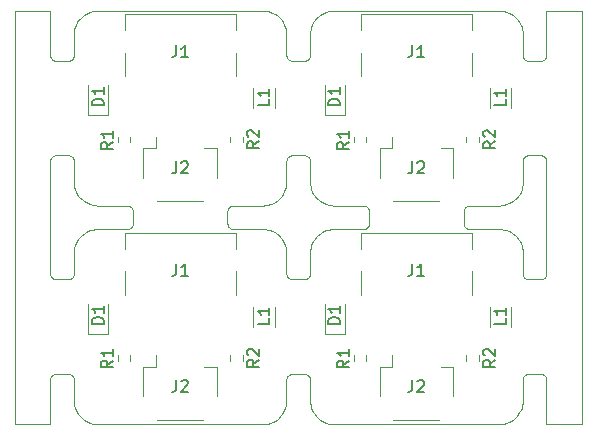
<source format=gbr>
G04 #@! TF.GenerationSoftware,KiCad,Pcbnew,5.1.5+dfsg1-2build2*
G04 #@! TF.CreationDate,2021-03-05T15:17:46+01:00*
G04 #@! TF.ProjectId,sDB_panel,7344425f-7061-46e6-956c-2e6b69636164,rev?*
G04 #@! TF.SameCoordinates,Original*
G04 #@! TF.FileFunction,Legend,Top*
G04 #@! TF.FilePolarity,Positive*
%FSLAX46Y46*%
G04 Gerber Fmt 4.6, Leading zero omitted, Abs format (unit mm)*
G04 Created by KiCad (PCBNEW 5.1.5+dfsg1-2build2) date 2021-03-05 15:17:46*
%MOMM*%
%LPD*%
G04 APERTURE LIST*
G04 #@! TA.AperFunction,Profile*
%ADD10C,0.100000*%
G04 #@! TD*
%ADD11C,0.120000*%
%ADD12C,0.150000*%
G04 APERTURE END LIST*
D10*
X47999000Y-72258800D02*
X47999000Y-62741200D01*
X48001400Y-72307000D02*
X47999000Y-72258800D01*
X48008400Y-72354600D02*
X48001400Y-72307000D01*
X48020100Y-72401200D02*
X48008400Y-72354600D01*
X48036300Y-72446500D02*
X48020100Y-72401200D01*
X48056900Y-72490000D02*
X48036300Y-72446500D01*
X48081600Y-72531200D02*
X48056900Y-72490000D01*
X48110200Y-72569900D02*
X48081600Y-72531200D01*
X48142500Y-72605500D02*
X48110200Y-72569900D01*
X48178200Y-72637800D02*
X48142500Y-72605500D01*
X48216800Y-72666400D02*
X48178200Y-72637800D01*
X48258000Y-72691100D02*
X48216800Y-72666400D01*
X48301500Y-72711700D02*
X48258000Y-72691100D01*
X48346800Y-72727900D02*
X48301500Y-72711700D01*
X48393400Y-72739600D02*
X48346800Y-72727900D01*
X48441000Y-72746600D02*
X48393400Y-72739600D01*
X48489200Y-72749000D02*
X48441000Y-72746600D01*
X49508800Y-72749000D02*
X48489200Y-72749000D01*
X49557000Y-72746600D02*
X49508800Y-72749000D01*
X49604600Y-72739600D02*
X49557000Y-72746600D01*
X49651200Y-72727900D02*
X49604600Y-72739600D01*
X49696500Y-72711700D02*
X49651200Y-72727900D01*
X49740000Y-72691100D02*
X49696500Y-72711700D01*
X49781200Y-72666400D02*
X49740000Y-72691100D01*
X49819800Y-72637800D02*
X49781200Y-72666400D01*
X49855500Y-72605500D02*
X49819800Y-72637800D01*
X49887800Y-72569900D02*
X49855500Y-72605500D01*
X49916400Y-72531200D02*
X49887800Y-72569900D01*
X49941100Y-72490000D02*
X49916400Y-72531200D01*
X49961700Y-72446500D02*
X49941100Y-72490000D01*
X49977900Y-72401200D02*
X49961700Y-72446500D01*
X49989600Y-72354600D02*
X49977900Y-72401200D01*
X49996600Y-72307000D02*
X49989600Y-72354600D01*
X49999000Y-72258800D02*
X49996600Y-72307000D01*
X49999000Y-70499800D02*
X49999000Y-72258800D01*
X50010100Y-70291100D02*
X49999000Y-70499800D01*
X50041700Y-70090500D02*
X50010100Y-70291100D01*
X50097000Y-69881900D02*
X50041700Y-70090500D01*
X50175000Y-69680300D02*
X50097000Y-69881900D01*
X50267100Y-69499800D02*
X50175000Y-69680300D01*
X50377500Y-69329400D02*
X50267100Y-69499800D01*
X50513300Y-69161000D02*
X50377500Y-69329400D01*
X50661000Y-69013300D02*
X50513300Y-69161000D01*
X50818700Y-68885300D02*
X50661000Y-69013300D01*
X50999800Y-68767100D02*
X50818700Y-68885300D01*
X51186000Y-68672300D02*
X50999800Y-68767100D01*
X51375500Y-68599300D02*
X51186000Y-68672300D01*
X51590500Y-68541700D02*
X51375500Y-68599300D01*
X51791100Y-68510100D02*
X51590500Y-68541700D01*
X52000100Y-68499000D02*
X51791100Y-68510100D01*
X54508800Y-68499000D02*
X52000100Y-68499000D01*
X54557000Y-68496600D02*
X54508800Y-68499000D01*
X54604600Y-68489600D02*
X54557000Y-68496600D01*
X54651200Y-68477900D02*
X54604600Y-68489600D01*
X54696500Y-68461700D02*
X54651200Y-68477900D01*
X54740000Y-68441100D02*
X54696500Y-68461700D01*
X54781200Y-68416400D02*
X54740000Y-68441100D01*
X54819800Y-68387800D02*
X54781200Y-68416400D01*
X54855500Y-68355500D02*
X54819800Y-68387800D01*
X54887800Y-68319800D02*
X54855500Y-68355500D01*
X54916400Y-68281200D02*
X54887800Y-68319800D01*
X54941100Y-68240000D02*
X54916400Y-68281200D01*
X54961700Y-68196500D02*
X54941100Y-68240000D01*
X54977900Y-68151200D02*
X54961700Y-68196500D01*
X54989600Y-68104600D02*
X54977900Y-68151200D01*
X54996600Y-68057000D02*
X54989600Y-68104600D01*
X54999000Y-68008800D02*
X54996600Y-68057000D01*
X54999000Y-66991200D02*
X54999000Y-68008800D01*
X54996600Y-66943000D02*
X54999000Y-66991200D01*
X54989600Y-66895400D02*
X54996600Y-66943000D01*
X54977900Y-66848800D02*
X54989600Y-66895400D01*
X54961700Y-66803500D02*
X54977900Y-66848800D01*
X54941100Y-66760000D02*
X54961700Y-66803500D01*
X54916400Y-66718800D02*
X54941100Y-66760000D01*
X54887800Y-66680200D02*
X54916400Y-66718800D01*
X54855500Y-66644500D02*
X54887800Y-66680200D01*
X54819800Y-66612200D02*
X54855500Y-66644500D01*
X54781200Y-66583600D02*
X54819800Y-66612200D01*
X54740000Y-66558900D02*
X54781200Y-66583600D01*
X54696500Y-66538300D02*
X54740000Y-66558900D01*
X54651200Y-66522100D02*
X54696500Y-66538300D01*
X54604600Y-66510400D02*
X54651200Y-66522100D01*
X54557000Y-66503400D02*
X54604600Y-66510400D01*
X54508800Y-66501000D02*
X54557000Y-66503400D01*
X52003200Y-66501000D02*
X54508800Y-66501000D01*
X51797200Y-66490400D02*
X52003200Y-66501000D01*
X51584200Y-66457200D02*
X51797200Y-66490400D01*
X51381900Y-66403000D02*
X51584200Y-66457200D01*
X51186400Y-66327900D02*
X51381900Y-66403000D01*
X50999300Y-66232600D02*
X51186400Y-66327900D01*
X50824100Y-66118800D02*
X50999300Y-66232600D01*
X50661400Y-65987100D02*
X50824100Y-66118800D01*
X50513300Y-65839000D02*
X50661400Y-65987100D01*
X50385300Y-65681300D02*
X50513300Y-65839000D01*
X50264100Y-65494600D02*
X50385300Y-65681300D01*
X50172000Y-65313500D02*
X50264100Y-65494600D01*
X50095300Y-65112200D02*
X50172000Y-65313500D01*
X50042900Y-64916200D02*
X50095300Y-65112200D01*
X50011000Y-64715700D02*
X50042900Y-64916200D01*
X49999200Y-64503200D02*
X50011000Y-64715700D01*
X49999000Y-62741200D02*
X49999200Y-64503200D01*
X49996600Y-62693000D02*
X49999000Y-62741200D01*
X49989600Y-62645400D02*
X49996600Y-62693000D01*
X49977900Y-62598800D02*
X49989600Y-62645400D01*
X49961700Y-62553500D02*
X49977900Y-62598800D01*
X49941100Y-62510000D02*
X49961700Y-62553500D01*
X49916400Y-62468800D02*
X49941100Y-62510000D01*
X49887800Y-62430200D02*
X49916400Y-62468800D01*
X49855500Y-62394500D02*
X49887800Y-62430200D01*
X49819800Y-62362200D02*
X49855500Y-62394500D01*
X49781200Y-62333600D02*
X49819800Y-62362200D01*
X49740000Y-62308900D02*
X49781200Y-62333600D01*
X49696500Y-62288300D02*
X49740000Y-62308900D01*
X49651200Y-62272100D02*
X49696500Y-62288300D01*
X49604600Y-62260400D02*
X49651200Y-62272100D01*
X49557000Y-62253400D02*
X49604600Y-62260400D01*
X49508800Y-62251000D02*
X49557000Y-62253400D01*
X48489200Y-62251000D02*
X49508800Y-62251000D01*
X48441000Y-62253400D02*
X48489200Y-62251000D01*
X48393400Y-62260400D02*
X48441000Y-62253400D01*
X48346800Y-62272100D02*
X48393400Y-62260400D01*
X48301500Y-62288300D02*
X48346800Y-62272100D01*
X48258000Y-62308900D02*
X48301500Y-62288300D01*
X48216800Y-62333600D02*
X48258000Y-62308900D01*
X48178200Y-62362200D02*
X48216800Y-62333600D01*
X48142500Y-62394500D02*
X48178200Y-62362200D01*
X48110200Y-62430200D02*
X48142500Y-62394500D01*
X48081600Y-62468800D02*
X48110200Y-62430200D01*
X48056900Y-62510000D02*
X48081600Y-62468800D01*
X48036300Y-62553500D02*
X48056900Y-62510000D01*
X48020100Y-62598800D02*
X48036300Y-62553500D01*
X48008400Y-62645400D02*
X48020100Y-62598800D01*
X48001400Y-62693000D02*
X48008400Y-62645400D01*
X47999000Y-62741200D02*
X48001400Y-62693000D01*
X65996700Y-68499000D02*
X63491200Y-68499000D01*
X66208900Y-68510100D02*
X65996700Y-68499000D01*
X66416300Y-68543000D02*
X66208900Y-68510100D01*
X66624500Y-68599300D02*
X66416300Y-68543000D01*
X66813600Y-68672100D02*
X66624500Y-68599300D01*
X66994600Y-68764100D02*
X66813600Y-68672100D01*
X67175900Y-68881200D02*
X66994600Y-68764100D01*
X67338600Y-69013000D02*
X67175900Y-68881200D01*
X67482400Y-69156400D02*
X67338600Y-69013000D01*
X67622400Y-69329400D02*
X67482400Y-69156400D01*
X67732900Y-69499800D02*
X67622400Y-69329400D01*
X67827700Y-69686000D02*
X67732900Y-69499800D01*
X67902800Y-69881500D02*
X67827700Y-69686000D01*
X67955600Y-70077800D02*
X67902800Y-69881500D01*
X67989800Y-70290600D02*
X67955600Y-70077800D01*
X68001000Y-70500100D02*
X67989800Y-70290600D01*
X68001000Y-72258800D02*
X68001000Y-70500100D01*
X68003400Y-72307000D02*
X68001000Y-72258800D01*
X68010400Y-72354600D02*
X68003400Y-72307000D01*
X68022100Y-72401200D02*
X68010400Y-72354600D01*
X68038300Y-72446500D02*
X68022100Y-72401200D01*
X68058900Y-72490000D02*
X68038300Y-72446500D01*
X68083600Y-72531200D02*
X68058900Y-72490000D01*
X68112200Y-72569900D02*
X68083600Y-72531200D01*
X68144500Y-72605500D02*
X68112200Y-72569900D01*
X68180200Y-72637800D02*
X68144500Y-72605500D01*
X68218800Y-72666400D02*
X68180200Y-72637800D01*
X68260000Y-72691100D02*
X68218800Y-72666400D01*
X68303500Y-72711700D02*
X68260000Y-72691100D01*
X68348800Y-72727900D02*
X68303500Y-72711700D01*
X68395400Y-72739600D02*
X68348800Y-72727900D01*
X68443000Y-72746600D02*
X68395400Y-72739600D01*
X68491200Y-72749000D02*
X68443000Y-72746600D01*
X69508800Y-72749000D02*
X68491200Y-72749000D01*
X69557000Y-72746600D02*
X69508800Y-72749000D01*
X69604600Y-72739600D02*
X69557000Y-72746600D01*
X69651200Y-72727900D02*
X69604600Y-72739600D01*
X69696500Y-72711700D02*
X69651200Y-72727900D01*
X69740000Y-72691100D02*
X69696500Y-72711700D01*
X69781200Y-72666400D02*
X69740000Y-72691100D01*
X69819900Y-72637800D02*
X69781200Y-72666400D01*
X69855500Y-72605500D02*
X69819900Y-72637800D01*
X69887800Y-72569900D02*
X69855500Y-72605500D01*
X69916400Y-72531200D02*
X69887800Y-72569900D01*
X69941100Y-72490000D02*
X69916400Y-72531200D01*
X69961700Y-72446500D02*
X69941100Y-72490000D01*
X69977900Y-72401200D02*
X69961700Y-72446500D01*
X69989600Y-72354600D02*
X69977900Y-72401200D01*
X69996600Y-72307000D02*
X69989600Y-72354600D01*
X69999000Y-72258800D02*
X69996600Y-72307000D01*
X69999100Y-70499800D02*
X69999000Y-72258800D01*
X70010100Y-70291100D02*
X69999100Y-70499800D01*
X70041700Y-70090500D02*
X70010100Y-70291100D01*
X70097000Y-69881900D02*
X70041700Y-70090500D01*
X70175000Y-69680300D02*
X70097000Y-69881900D01*
X70267100Y-69499800D02*
X70175000Y-69680300D01*
X70377600Y-69329400D02*
X70267100Y-69499800D01*
X70513300Y-69161000D02*
X70377600Y-69329400D01*
X70661000Y-69013300D02*
X70513300Y-69161000D01*
X70818700Y-68885300D02*
X70661000Y-69013300D01*
X70999800Y-68767100D02*
X70818700Y-68885300D01*
X71186000Y-68672300D02*
X70999800Y-68767100D01*
X71375500Y-68599300D02*
X71186000Y-68672300D01*
X71590500Y-68541700D02*
X71375500Y-68599300D01*
X71791200Y-68510100D02*
X71590500Y-68541700D01*
X72000100Y-68499000D02*
X71791200Y-68510100D01*
X74508800Y-68499000D02*
X72000100Y-68499000D01*
X74557000Y-68496600D02*
X74508800Y-68499000D01*
X74604600Y-68489600D02*
X74557000Y-68496600D01*
X74651200Y-68477900D02*
X74604600Y-68489600D01*
X74696500Y-68461700D02*
X74651200Y-68477900D01*
X74740000Y-68441100D02*
X74696500Y-68461700D01*
X74781200Y-68416400D02*
X74740000Y-68441100D01*
X74819900Y-68387800D02*
X74781200Y-68416400D01*
X74855500Y-68355500D02*
X74819900Y-68387800D01*
X74887800Y-68319800D02*
X74855500Y-68355500D01*
X74916400Y-68281200D02*
X74887800Y-68319800D01*
X74941100Y-68240000D02*
X74916400Y-68281200D01*
X74961700Y-68196500D02*
X74941100Y-68240000D01*
X74977900Y-68151200D02*
X74961700Y-68196500D01*
X74989600Y-68104600D02*
X74977900Y-68151200D01*
X74996600Y-68057000D02*
X74989600Y-68104600D01*
X74999000Y-68008800D02*
X74996600Y-68057000D01*
X74999000Y-66991200D02*
X74999000Y-68008800D01*
X74996600Y-66943000D02*
X74999000Y-66991200D01*
X74989600Y-66895400D02*
X74996600Y-66943000D01*
X74977900Y-66848800D02*
X74989600Y-66895400D01*
X74961700Y-66803500D02*
X74977900Y-66848800D01*
X74941100Y-66760000D02*
X74961700Y-66803500D01*
X74916400Y-66718800D02*
X74941100Y-66760000D01*
X74887800Y-66680200D02*
X74916400Y-66718800D01*
X74855500Y-66644500D02*
X74887800Y-66680200D01*
X74819900Y-66612200D02*
X74855500Y-66644500D01*
X74781200Y-66583600D02*
X74819900Y-66612200D01*
X74740000Y-66558900D02*
X74781200Y-66583600D01*
X74696500Y-66538300D02*
X74740000Y-66558900D01*
X74651200Y-66522100D02*
X74696500Y-66538300D01*
X74604600Y-66510400D02*
X74651200Y-66522100D01*
X74557000Y-66503400D02*
X74604600Y-66510400D01*
X74508800Y-66501000D02*
X74557000Y-66503400D01*
X72003200Y-66501000D02*
X74508800Y-66501000D01*
X71791100Y-66489900D02*
X72003200Y-66501000D01*
X71583700Y-66457000D02*
X71791100Y-66489900D01*
X71375500Y-66400700D02*
X71583700Y-66457000D01*
X71186400Y-66327900D02*
X71375500Y-66400700D01*
X71005400Y-66235900D02*
X71186400Y-66327900D01*
X70824100Y-66118800D02*
X71005400Y-66235900D01*
X70661400Y-65987100D02*
X70824100Y-66118800D01*
X70517700Y-65843600D02*
X70661400Y-65987100D01*
X70377600Y-65670600D02*
X70517700Y-65843600D01*
X70267100Y-65500200D02*
X70377600Y-65670600D01*
X70172300Y-65314000D02*
X70267100Y-65500200D01*
X70097200Y-65118500D02*
X70172300Y-65314000D01*
X70044400Y-64922200D02*
X70097200Y-65118500D01*
X70010200Y-64709400D02*
X70044400Y-64922200D01*
X69999000Y-64499900D02*
X70010200Y-64709400D01*
X69999000Y-62741200D02*
X69999000Y-64499900D01*
X69996600Y-62693000D02*
X69999000Y-62741200D01*
X69989600Y-62645400D02*
X69996600Y-62693000D01*
X69977900Y-62598800D02*
X69989600Y-62645400D01*
X69961700Y-62553500D02*
X69977900Y-62598800D01*
X69941100Y-62510000D02*
X69961700Y-62553500D01*
X69916400Y-62468800D02*
X69941100Y-62510000D01*
X69887800Y-62430200D02*
X69916400Y-62468800D01*
X69855500Y-62394500D02*
X69887800Y-62430200D01*
X69819800Y-62362200D02*
X69855500Y-62394500D01*
X69781200Y-62333600D02*
X69819800Y-62362200D01*
X69740000Y-62308900D02*
X69781200Y-62333600D01*
X69696500Y-62288300D02*
X69740000Y-62308900D01*
X69651200Y-62272100D02*
X69696500Y-62288300D01*
X69604600Y-62260400D02*
X69651200Y-62272100D01*
X69557000Y-62253400D02*
X69604600Y-62260400D01*
X69508800Y-62251000D02*
X69557000Y-62253400D01*
X68491200Y-62251000D02*
X69508800Y-62251000D01*
X68443000Y-62253400D02*
X68491200Y-62251000D01*
X68395400Y-62260400D02*
X68443000Y-62253400D01*
X68348800Y-62272100D02*
X68395400Y-62260400D01*
X68303500Y-62288300D02*
X68348800Y-62272100D01*
X68260000Y-62308900D02*
X68303500Y-62288300D01*
X68218800Y-62333600D02*
X68260000Y-62308900D01*
X68180200Y-62362200D02*
X68218800Y-62333600D01*
X68144500Y-62394500D02*
X68180200Y-62362200D01*
X68112200Y-62430200D02*
X68144500Y-62394500D01*
X68083600Y-62468800D02*
X68112200Y-62430200D01*
X68058900Y-62510000D02*
X68083600Y-62468800D01*
X68038300Y-62553500D02*
X68058900Y-62510000D01*
X68022100Y-62598800D02*
X68038300Y-62553500D01*
X68010400Y-62645400D02*
X68022100Y-62598800D01*
X68003400Y-62693000D02*
X68010400Y-62645400D01*
X68001000Y-62741200D02*
X68003400Y-62693000D01*
X68001000Y-64496800D02*
X68001000Y-62741200D01*
X67989800Y-64709400D02*
X68001000Y-64496800D01*
X67955600Y-64922400D02*
X67989800Y-64709400D01*
X67903000Y-65118100D02*
X67955600Y-64922400D01*
X67830400Y-65307700D02*
X67903000Y-65118100D01*
X67732900Y-65500200D02*
X67830400Y-65307700D01*
X67614700Y-65681300D02*
X67732900Y-65500200D01*
X67486700Y-65839000D02*
X67614700Y-65681300D01*
X67339000Y-65986700D02*
X67486700Y-65839000D01*
X67176200Y-66118600D02*
X67339000Y-65986700D01*
X67006100Y-66229300D02*
X67176200Y-66118600D01*
X66807700Y-66330400D02*
X67006100Y-66229300D01*
X66618000Y-66403000D02*
X66807700Y-66330400D01*
X66415700Y-66457200D02*
X66618000Y-66403000D01*
X66209400Y-66489800D02*
X66415700Y-66457200D01*
X65999900Y-66501000D02*
X66209400Y-66489800D01*
X63491200Y-66501000D02*
X65999900Y-66501000D01*
X63443000Y-66503400D02*
X63491200Y-66501000D01*
X63395400Y-66510400D02*
X63443000Y-66503400D01*
X63348800Y-66522100D02*
X63395400Y-66510400D01*
X63303500Y-66538300D02*
X63348800Y-66522100D01*
X63260000Y-66558900D02*
X63303500Y-66538300D01*
X63218800Y-66583600D02*
X63260000Y-66558900D01*
X63180200Y-66612200D02*
X63218800Y-66583600D01*
X63144500Y-66644500D02*
X63180200Y-66612200D01*
X63112200Y-66680200D02*
X63144500Y-66644500D01*
X63083600Y-66718800D02*
X63112200Y-66680200D01*
X63058900Y-66760000D02*
X63083600Y-66718800D01*
X63038300Y-66803500D02*
X63058900Y-66760000D01*
X63022100Y-66848800D02*
X63038300Y-66803500D01*
X63010400Y-66895400D02*
X63022100Y-66848800D01*
X63003400Y-66943000D02*
X63010400Y-66895400D01*
X63001000Y-66991200D02*
X63003400Y-66943000D01*
X63001000Y-68008800D02*
X63001000Y-66991200D01*
X63003400Y-68057000D02*
X63001000Y-68008800D01*
X63010400Y-68104600D02*
X63003400Y-68057000D01*
X63022100Y-68151200D02*
X63010400Y-68104600D01*
X63038300Y-68196500D02*
X63022100Y-68151200D01*
X63058900Y-68240000D02*
X63038300Y-68196500D01*
X63083600Y-68281200D02*
X63058900Y-68240000D01*
X63112200Y-68319900D02*
X63083600Y-68281200D01*
X63144500Y-68355500D02*
X63112200Y-68319900D01*
X63180200Y-68387800D02*
X63144500Y-68355500D01*
X63218800Y-68416400D02*
X63180200Y-68387800D01*
X63260000Y-68441100D02*
X63218800Y-68416400D01*
X63303500Y-68461700D02*
X63260000Y-68441100D01*
X63348800Y-68477900D02*
X63303500Y-68461700D01*
X63395400Y-68489600D02*
X63348800Y-68477900D01*
X63443000Y-68496600D02*
X63395400Y-68489600D01*
X63491200Y-68499000D02*
X63443000Y-68496600D01*
X90000000Y-62741200D02*
X90000000Y-72258800D01*
X89997600Y-62693000D02*
X90000000Y-62741200D01*
X89990600Y-62645400D02*
X89997600Y-62693000D01*
X89978900Y-62598800D02*
X89990600Y-62645400D01*
X89962700Y-62553500D02*
X89978900Y-62598800D01*
X89942100Y-62510000D02*
X89962700Y-62553500D01*
X89917400Y-62468800D02*
X89942100Y-62510000D01*
X89888800Y-62430200D02*
X89917400Y-62468800D01*
X89856500Y-62394500D02*
X89888800Y-62430200D01*
X89820900Y-62362200D02*
X89856500Y-62394500D01*
X89782200Y-62333600D02*
X89820900Y-62362200D01*
X89741000Y-62308900D02*
X89782200Y-62333600D01*
X89697500Y-62288300D02*
X89741000Y-62308900D01*
X89652300Y-62272100D02*
X89697500Y-62288300D01*
X89605600Y-62260400D02*
X89652300Y-62272100D01*
X89558000Y-62253400D02*
X89605600Y-62260400D01*
X89509800Y-62251000D02*
X89558000Y-62253400D01*
X88491300Y-62251000D02*
X89509800Y-62251000D01*
X88443000Y-62253400D02*
X88491300Y-62251000D01*
X88395400Y-62260400D02*
X88443000Y-62253400D01*
X88348800Y-62272100D02*
X88395400Y-62260400D01*
X88303500Y-62288300D02*
X88348800Y-62272100D01*
X88260000Y-62308900D02*
X88303500Y-62288300D01*
X88218800Y-62333600D02*
X88260000Y-62308900D01*
X88180200Y-62362200D02*
X88218800Y-62333600D01*
X88144500Y-62394500D02*
X88180200Y-62362200D01*
X88112200Y-62430200D02*
X88144500Y-62394500D01*
X88083600Y-62468800D02*
X88112200Y-62430200D01*
X88058900Y-62510000D02*
X88083600Y-62468800D01*
X88038300Y-62553500D02*
X88058900Y-62510000D01*
X88022100Y-62598800D02*
X88038300Y-62553500D01*
X88010400Y-62645400D02*
X88022100Y-62598800D01*
X88003400Y-62693000D02*
X88010400Y-62645400D01*
X88001000Y-62741200D02*
X88003400Y-62693000D01*
X88001000Y-64500200D02*
X88001000Y-62741200D01*
X87989900Y-64708900D02*
X88001000Y-64500200D01*
X87958300Y-64909500D02*
X87989900Y-64708900D01*
X87903000Y-65118100D02*
X87958300Y-64909500D01*
X87825000Y-65319800D02*
X87903000Y-65118100D01*
X87732900Y-65500200D02*
X87825000Y-65319800D01*
X87622500Y-65670600D02*
X87732900Y-65500200D01*
X87486700Y-65839000D02*
X87622500Y-65670600D01*
X87339000Y-65986700D02*
X87486700Y-65839000D01*
X87181300Y-66114700D02*
X87339000Y-65986700D01*
X87000200Y-66232900D02*
X87181300Y-66114700D01*
X86814000Y-66327700D02*
X87000200Y-66232900D01*
X86624500Y-66400700D02*
X86814000Y-66327700D01*
X86409500Y-66458300D02*
X86624500Y-66400700D01*
X86208900Y-66489900D02*
X86409500Y-66458300D01*
X85999900Y-66501000D02*
X86208900Y-66489900D01*
X83491300Y-66501000D02*
X85999900Y-66501000D01*
X83443000Y-66503400D02*
X83491300Y-66501000D01*
X83395400Y-66510400D02*
X83443000Y-66503400D01*
X83348800Y-66522100D02*
X83395400Y-66510400D01*
X83303500Y-66538300D02*
X83348800Y-66522100D01*
X83260000Y-66558900D02*
X83303500Y-66538300D01*
X83218800Y-66583600D02*
X83260000Y-66558900D01*
X83180200Y-66612200D02*
X83218800Y-66583600D01*
X83144500Y-66644500D02*
X83180200Y-66612200D01*
X83112200Y-66680200D02*
X83144500Y-66644500D01*
X83083600Y-66718800D02*
X83112200Y-66680200D01*
X83058900Y-66760000D02*
X83083600Y-66718800D01*
X83038300Y-66803500D02*
X83058900Y-66760000D01*
X83022100Y-66848800D02*
X83038300Y-66803500D01*
X83010400Y-66895400D02*
X83022100Y-66848800D01*
X83003400Y-66943000D02*
X83010400Y-66895400D01*
X83001000Y-66991200D02*
X83003400Y-66943000D01*
X83001000Y-68008800D02*
X83001000Y-66991200D01*
X83003400Y-68057000D02*
X83001000Y-68008800D01*
X83010400Y-68104600D02*
X83003400Y-68057000D01*
X83022100Y-68151200D02*
X83010400Y-68104600D01*
X83038300Y-68196500D02*
X83022100Y-68151200D01*
X83058900Y-68240000D02*
X83038300Y-68196500D01*
X83083600Y-68281200D02*
X83058900Y-68240000D01*
X83112200Y-68319900D02*
X83083600Y-68281200D01*
X83144500Y-68355500D02*
X83112200Y-68319900D01*
X83180200Y-68387800D02*
X83144500Y-68355500D01*
X83218800Y-68416400D02*
X83180200Y-68387800D01*
X83260000Y-68441100D02*
X83218800Y-68416400D01*
X83303500Y-68461700D02*
X83260000Y-68441100D01*
X83348800Y-68477900D02*
X83303500Y-68461700D01*
X83395400Y-68489600D02*
X83348800Y-68477900D01*
X83443000Y-68496600D02*
X83395400Y-68489600D01*
X83491300Y-68499000D02*
X83443000Y-68496600D01*
X85996900Y-68499000D02*
X83491300Y-68499000D01*
X86202800Y-68509600D02*
X85996900Y-68499000D01*
X86415800Y-68542900D02*
X86202800Y-68509600D01*
X86618100Y-68597000D02*
X86415800Y-68542900D01*
X86813600Y-68672100D02*
X86618100Y-68597000D01*
X87000700Y-68767400D02*
X86813600Y-68672100D01*
X87175900Y-68881200D02*
X87000700Y-68767400D01*
X87338600Y-69013000D02*
X87175900Y-68881200D01*
X87486800Y-69161000D02*
X87338600Y-69013000D01*
X87614700Y-69318700D02*
X87486800Y-69161000D01*
X87735900Y-69505400D02*
X87614700Y-69318700D01*
X87828000Y-69686500D02*
X87735900Y-69505400D01*
X87904700Y-69887800D02*
X87828000Y-69686500D01*
X87957100Y-70083800D02*
X87904700Y-69887800D01*
X87989000Y-70284300D02*
X87957100Y-70083800D01*
X88000800Y-70496800D02*
X87989000Y-70284300D01*
X88001000Y-72258800D02*
X88000800Y-70496800D01*
X88003400Y-72307000D02*
X88001000Y-72258800D01*
X88010400Y-72354600D02*
X88003400Y-72307000D01*
X88022100Y-72401200D02*
X88010400Y-72354600D01*
X88038300Y-72446500D02*
X88022100Y-72401200D01*
X88058900Y-72490000D02*
X88038300Y-72446500D01*
X88083600Y-72531200D02*
X88058900Y-72490000D01*
X88112200Y-72569900D02*
X88083600Y-72531200D01*
X88144500Y-72605500D02*
X88112200Y-72569900D01*
X88180200Y-72637800D02*
X88144500Y-72605500D01*
X88218800Y-72666400D02*
X88180200Y-72637800D01*
X88260000Y-72691100D02*
X88218800Y-72666400D01*
X88303500Y-72711700D02*
X88260000Y-72691100D01*
X88348800Y-72727900D02*
X88303500Y-72711700D01*
X88395400Y-72739600D02*
X88348800Y-72727900D01*
X88443000Y-72746600D02*
X88395400Y-72739600D01*
X88491200Y-72749000D02*
X88443000Y-72746600D01*
X89509800Y-72749000D02*
X88491200Y-72749000D01*
X89558000Y-72746600D02*
X89509800Y-72749000D01*
X89605600Y-72739600D02*
X89558000Y-72746600D01*
X89652300Y-72727900D02*
X89605600Y-72739600D01*
X89697500Y-72711700D02*
X89652300Y-72727900D01*
X89741000Y-72691100D02*
X89697500Y-72711700D01*
X89782200Y-72666400D02*
X89741000Y-72691100D01*
X89820900Y-72637800D02*
X89782200Y-72666400D01*
X89856500Y-72605500D02*
X89820900Y-72637800D01*
X89888800Y-72569900D02*
X89856500Y-72605500D01*
X89917400Y-72531200D02*
X89888800Y-72569900D01*
X89942100Y-72490000D02*
X89917400Y-72531200D01*
X89962700Y-72446500D02*
X89942100Y-72490000D01*
X89978900Y-72401200D02*
X89962700Y-72446500D01*
X89990600Y-72354600D02*
X89978900Y-72401200D01*
X89997600Y-72307000D02*
X89990600Y-72354600D01*
X90000000Y-72258800D02*
X89997600Y-72307000D01*
X47986700Y-49999000D02*
X45009600Y-49999100D01*
X47992300Y-49999700D02*
X47986700Y-49999000D01*
X47996900Y-50003100D02*
X47992300Y-49999700D01*
X47999000Y-50011300D02*
X47996900Y-50003100D01*
X47999000Y-53758800D02*
X47999000Y-50011300D01*
X48001400Y-53807000D02*
X47999000Y-53758800D01*
X48008400Y-53854600D02*
X48001400Y-53807000D01*
X48020100Y-53901200D02*
X48008400Y-53854600D01*
X48036300Y-53946500D02*
X48020100Y-53901200D01*
X48056900Y-53990000D02*
X48036300Y-53946500D01*
X48081600Y-54031200D02*
X48056900Y-53990000D01*
X48110200Y-54069800D02*
X48081600Y-54031200D01*
X48142500Y-54105500D02*
X48110200Y-54069800D01*
X48178200Y-54137800D02*
X48142500Y-54105500D01*
X48216800Y-54166400D02*
X48178200Y-54137800D01*
X48258000Y-54191100D02*
X48216800Y-54166400D01*
X48301500Y-54211700D02*
X48258000Y-54191100D01*
X48346800Y-54227900D02*
X48301500Y-54211700D01*
X48393400Y-54239600D02*
X48346800Y-54227900D01*
X48441000Y-54246600D02*
X48393400Y-54239600D01*
X48489200Y-54249000D02*
X48441000Y-54246600D01*
X49508800Y-54249000D02*
X48489200Y-54249000D01*
X49557000Y-54246600D02*
X49508800Y-54249000D01*
X49604600Y-54239600D02*
X49557000Y-54246600D01*
X49651200Y-54227900D02*
X49604600Y-54239600D01*
X49696500Y-54211700D02*
X49651200Y-54227900D01*
X49740000Y-54191100D02*
X49696500Y-54211700D01*
X49781200Y-54166400D02*
X49740000Y-54191100D01*
X49819800Y-54137800D02*
X49781200Y-54166400D01*
X49855500Y-54105500D02*
X49819800Y-54137800D01*
X49887800Y-54069800D02*
X49855500Y-54105500D01*
X49916400Y-54031200D02*
X49887800Y-54069800D01*
X49941100Y-53990000D02*
X49916400Y-54031200D01*
X49961700Y-53946500D02*
X49941100Y-53990000D01*
X49977900Y-53901200D02*
X49961700Y-53946500D01*
X49989600Y-53854600D02*
X49977900Y-53901200D01*
X49996600Y-53807000D02*
X49989600Y-53854600D01*
X49999000Y-53758800D02*
X49996600Y-53807000D01*
X49999000Y-52003200D02*
X49999000Y-53758800D01*
X50010100Y-51791100D02*
X49999000Y-52003200D01*
X50042900Y-51584200D02*
X50010100Y-51791100D01*
X50095200Y-51388100D02*
X50042900Y-51584200D01*
X50172300Y-51185900D02*
X50095200Y-51388100D01*
X50270700Y-50994000D02*
X50172300Y-51185900D01*
X50381200Y-50824100D02*
X50270700Y-50994000D01*
X50508800Y-50666200D02*
X50381200Y-50824100D01*
X50661000Y-50513300D02*
X50508800Y-50666200D01*
X50824200Y-50381100D02*
X50661000Y-50513300D01*
X51005400Y-50264100D02*
X50824200Y-50381100D01*
X51186000Y-50172300D02*
X51005400Y-50264100D01*
X51375500Y-50099300D02*
X51186000Y-50172300D01*
X51583800Y-50042900D02*
X51375500Y-50099300D01*
X51791100Y-50010100D02*
X51583800Y-50042900D01*
X52003300Y-49999000D02*
X51791100Y-50010100D01*
X65996700Y-49999000D02*
X52003300Y-49999000D01*
X66209400Y-50010200D02*
X65996700Y-49999000D01*
X66422200Y-50044400D02*
X66209400Y-50010200D01*
X66618600Y-50097200D02*
X66422200Y-50044400D01*
X66814100Y-50172300D02*
X66618600Y-50097200D01*
X67000700Y-50267400D02*
X66814100Y-50172300D01*
X67181300Y-50385300D02*
X67000700Y-50267400D01*
X67343600Y-50517600D02*
X67181300Y-50385300D01*
X67486700Y-50661000D02*
X67343600Y-50517600D01*
X67614700Y-50818700D02*
X67486700Y-50661000D01*
X67732600Y-50999400D02*
X67614700Y-50818700D01*
X67825100Y-51180500D02*
X67732600Y-50999400D01*
X67904800Y-51388000D02*
X67825100Y-51180500D01*
X67957200Y-51584300D02*
X67904800Y-51388000D01*
X67990400Y-51797200D02*
X67957200Y-51584300D01*
X68001000Y-52003100D02*
X67990400Y-51797200D01*
X68001000Y-53758800D02*
X68001000Y-52003100D01*
X68003400Y-53807000D02*
X68001000Y-53758800D01*
X68010400Y-53854600D02*
X68003400Y-53807000D01*
X68022100Y-53901200D02*
X68010400Y-53854600D01*
X68038300Y-53946500D02*
X68022100Y-53901200D01*
X68058900Y-53990000D02*
X68038300Y-53946500D01*
X68083600Y-54031200D02*
X68058900Y-53990000D01*
X68112200Y-54069800D02*
X68083600Y-54031200D01*
X68144500Y-54105500D02*
X68112200Y-54069800D01*
X68180200Y-54137800D02*
X68144500Y-54105500D01*
X68218800Y-54166400D02*
X68180200Y-54137800D01*
X68260000Y-54191100D02*
X68218800Y-54166400D01*
X68303500Y-54211700D02*
X68260000Y-54191100D01*
X68348800Y-54227900D02*
X68303500Y-54211700D01*
X68395400Y-54239600D02*
X68348800Y-54227900D01*
X68443000Y-54246600D02*
X68395400Y-54239600D01*
X68491200Y-54249000D02*
X68443000Y-54246600D01*
X69508800Y-54249000D02*
X68491200Y-54249000D01*
X69557000Y-54246600D02*
X69508800Y-54249000D01*
X69604600Y-54239600D02*
X69557000Y-54246600D01*
X69651200Y-54227900D02*
X69604600Y-54239600D01*
X69696500Y-54211700D02*
X69651200Y-54227900D01*
X69740000Y-54191100D02*
X69696500Y-54211700D01*
X69781200Y-54166400D02*
X69740000Y-54191100D01*
X69819900Y-54137800D02*
X69781200Y-54166400D01*
X69855500Y-54105500D02*
X69819900Y-54137800D01*
X69887800Y-54069800D02*
X69855500Y-54105500D01*
X69916400Y-54031200D02*
X69887800Y-54069800D01*
X69941100Y-53990000D02*
X69916400Y-54031200D01*
X69961700Y-53946500D02*
X69941100Y-53990000D01*
X69977900Y-53901200D02*
X69961700Y-53946500D01*
X69989600Y-53854600D02*
X69977900Y-53901200D01*
X69996600Y-53807000D02*
X69989600Y-53854600D01*
X69999000Y-53758800D02*
X69996600Y-53807000D01*
X69999000Y-52003300D02*
X69999000Y-53758800D01*
X70010100Y-51791100D02*
X69999000Y-52003300D01*
X70044400Y-51577600D02*
X70010100Y-51791100D01*
X70097200Y-51381400D02*
X70044400Y-51577600D01*
X70172100Y-51186400D02*
X70097200Y-51381400D01*
X70267100Y-50999800D02*
X70172100Y-51186400D01*
X70381500Y-50823700D02*
X70267100Y-50999800D01*
X70513300Y-50661000D02*
X70381500Y-50823700D01*
X70666200Y-50508800D02*
X70513300Y-50661000D01*
X70829400Y-50377600D02*
X70666200Y-50508800D01*
X70999400Y-50267400D02*
X70829400Y-50377600D01*
X71180200Y-50175000D02*
X70999400Y-50267400D01*
X71381500Y-50097200D02*
X71180200Y-50175000D01*
X71583800Y-50042900D02*
X71381500Y-50097200D01*
X71791200Y-50010100D02*
X71583800Y-50042900D01*
X72003300Y-49999000D02*
X71791200Y-50010100D01*
X85996700Y-49999000D02*
X72003300Y-49999000D01*
X86209400Y-50010200D02*
X85996700Y-49999000D01*
X86422400Y-50044400D02*
X86209400Y-50010200D01*
X86618100Y-50097000D02*
X86422400Y-50044400D01*
X86807700Y-50169600D02*
X86618100Y-50097000D01*
X87000200Y-50267100D02*
X86807700Y-50169600D01*
X87175900Y-50381200D02*
X87000200Y-50267100D01*
X87339000Y-50513300D02*
X87175900Y-50381200D01*
X87491200Y-50666200D02*
X87339000Y-50513300D01*
X87618600Y-50823800D02*
X87491200Y-50666200D01*
X87729300Y-50993900D02*
X87618600Y-50823800D01*
X87827800Y-51186000D02*
X87729300Y-50993900D01*
X87902800Y-51381500D02*
X87827800Y-51186000D01*
X87955600Y-51577600D02*
X87902800Y-51381500D01*
X87989900Y-51791100D02*
X87955600Y-51577600D01*
X88001000Y-52003100D02*
X87989900Y-51791100D01*
X88001000Y-53758800D02*
X88001000Y-52003100D01*
X88003400Y-53807000D02*
X88001000Y-53758800D01*
X88010400Y-53854600D02*
X88003400Y-53807000D01*
X88022100Y-53901200D02*
X88010400Y-53854600D01*
X88038300Y-53946500D02*
X88022100Y-53901200D01*
X88058900Y-53990000D02*
X88038300Y-53946500D01*
X88083600Y-54031200D02*
X88058900Y-53990000D01*
X88112200Y-54069800D02*
X88083600Y-54031200D01*
X88144500Y-54105500D02*
X88112200Y-54069800D01*
X88180200Y-54137800D02*
X88144500Y-54105500D01*
X88218800Y-54166400D02*
X88180200Y-54137800D01*
X88260000Y-54191100D02*
X88218800Y-54166400D01*
X88303500Y-54211700D02*
X88260000Y-54191100D01*
X88348800Y-54227900D02*
X88303500Y-54211700D01*
X88395400Y-54239600D02*
X88348800Y-54227900D01*
X88443000Y-54246600D02*
X88395400Y-54239600D01*
X88491200Y-54249000D02*
X88443000Y-54246600D01*
X89509800Y-54249000D02*
X88491200Y-54249000D01*
X89558000Y-54246600D02*
X89509800Y-54249000D01*
X89605600Y-54239600D02*
X89558000Y-54246600D01*
X89652300Y-54227900D02*
X89605600Y-54239600D01*
X89697500Y-54211700D02*
X89652300Y-54227900D01*
X89741000Y-54191100D02*
X89697500Y-54211700D01*
X89782200Y-54166400D02*
X89741000Y-54191100D01*
X89820900Y-54137800D02*
X89782200Y-54166400D01*
X89856500Y-54105500D02*
X89820900Y-54137800D01*
X89888800Y-54069800D02*
X89856500Y-54105500D01*
X89917400Y-54031200D02*
X89888800Y-54069800D01*
X89942100Y-53990000D02*
X89917400Y-54031200D01*
X89962700Y-53946500D02*
X89942100Y-53990000D01*
X89978900Y-53901200D02*
X89962700Y-53946500D01*
X89990600Y-53854600D02*
X89978900Y-53901200D01*
X89997600Y-53807000D02*
X89990600Y-53854600D01*
X90000000Y-53758800D02*
X89997600Y-53807000D01*
X90000000Y-50011300D02*
X90000000Y-53758800D01*
X90002700Y-50002400D02*
X90000000Y-50011300D01*
X90006800Y-49999700D02*
X90002700Y-50002400D01*
X90012300Y-49999000D02*
X90006800Y-49999700D01*
X92988700Y-49999000D02*
X90012300Y-49999000D01*
X92996900Y-50001100D02*
X92988700Y-49999000D01*
X93000300Y-50005700D02*
X92996900Y-50001100D01*
X93001000Y-50011300D02*
X93000300Y-50005700D01*
X93001000Y-84988700D02*
X93001000Y-50011300D01*
X92998900Y-84996900D02*
X93001000Y-84988700D01*
X92994300Y-85000300D02*
X92998900Y-84996900D01*
X92988700Y-85001000D02*
X92994300Y-85000300D01*
X90012300Y-85001000D02*
X92988700Y-85001000D01*
X90006800Y-85000300D02*
X90012300Y-85001000D01*
X90002700Y-84997600D02*
X90006800Y-85000300D01*
X90000000Y-84988700D02*
X90002700Y-84997600D01*
X90000000Y-81241300D02*
X90000000Y-84988700D01*
X89997600Y-81193000D02*
X90000000Y-81241300D01*
X89990600Y-81145400D02*
X89997600Y-81193000D01*
X89978900Y-81098800D02*
X89990600Y-81145400D01*
X89962700Y-81053500D02*
X89978900Y-81098800D01*
X89942100Y-81010000D02*
X89962700Y-81053500D01*
X89917400Y-80968800D02*
X89942100Y-81010000D01*
X89888800Y-80930200D02*
X89917400Y-80968800D01*
X89856500Y-80894500D02*
X89888800Y-80930200D01*
X89820900Y-80862200D02*
X89856500Y-80894500D01*
X89782200Y-80833600D02*
X89820900Y-80862200D01*
X89741000Y-80808900D02*
X89782200Y-80833600D01*
X89697500Y-80788300D02*
X89741000Y-80808900D01*
X89652300Y-80772100D02*
X89697500Y-80788300D01*
X89605600Y-80760400D02*
X89652300Y-80772100D01*
X89558000Y-80753400D02*
X89605600Y-80760400D01*
X89509800Y-80751000D02*
X89558000Y-80753400D01*
X88491300Y-80751000D02*
X89509800Y-80751000D01*
X88443000Y-80753400D02*
X88491300Y-80751000D01*
X88395400Y-80760400D02*
X88443000Y-80753400D01*
X88348800Y-80772100D02*
X88395400Y-80760400D01*
X88303500Y-80788300D02*
X88348800Y-80772100D01*
X88260000Y-80808900D02*
X88303500Y-80788300D01*
X88218800Y-80833600D02*
X88260000Y-80808900D01*
X88180200Y-80862200D02*
X88218800Y-80833600D01*
X88144500Y-80894500D02*
X88180200Y-80862200D01*
X88112200Y-80930200D02*
X88144500Y-80894500D01*
X88083600Y-80968800D02*
X88112200Y-80930200D01*
X88058900Y-81010000D02*
X88083600Y-80968800D01*
X88038300Y-81053500D02*
X88058900Y-81010000D01*
X88022100Y-81098800D02*
X88038300Y-81053500D01*
X88010400Y-81145400D02*
X88022100Y-81098800D01*
X88003400Y-81193000D02*
X88010400Y-81145400D01*
X88001000Y-81241300D02*
X88003400Y-81193000D01*
X88001000Y-82996900D02*
X88001000Y-81241300D01*
X87989900Y-83208900D02*
X88001000Y-82996900D01*
X87957200Y-83415800D02*
X87989900Y-83208900D01*
X87904800Y-83612000D02*
X87957200Y-83415800D01*
X87827700Y-83814100D02*
X87904800Y-83612000D01*
X87729300Y-84006000D02*
X87827700Y-83814100D01*
X87618800Y-84175900D02*
X87729300Y-84006000D01*
X87491200Y-84333800D02*
X87618800Y-84175900D01*
X87339000Y-84486800D02*
X87491200Y-84333800D01*
X87176300Y-84618600D02*
X87339000Y-84486800D01*
X87000200Y-84732900D02*
X87176300Y-84618600D01*
X86807700Y-84830400D02*
X87000200Y-84732900D01*
X86618500Y-84902800D02*
X86807700Y-84830400D01*
X86422400Y-84955600D02*
X86618500Y-84902800D01*
X86209400Y-84989800D02*
X86422400Y-84955600D01*
X85996700Y-85001000D02*
X86209400Y-84989800D01*
X72003300Y-85001000D02*
X85996700Y-85001000D01*
X71791100Y-84989900D02*
X72003300Y-85001000D01*
X71583700Y-84957100D02*
X71791100Y-84989900D01*
X71381400Y-84902800D02*
X71583700Y-84957100D01*
X71180300Y-84825000D02*
X71381400Y-84902800D01*
X70994000Y-84729300D02*
X71180300Y-84825000D01*
X70824100Y-84618800D02*
X70994000Y-84729300D01*
X70666200Y-84491200D02*
X70824100Y-84618800D01*
X70513300Y-84339000D02*
X70666200Y-84491200D01*
X70381400Y-84176300D02*
X70513300Y-84339000D01*
X70267400Y-84000600D02*
X70381400Y-84176300D01*
X70172000Y-83813600D02*
X70267400Y-84000600D01*
X70097200Y-83618500D02*
X70172000Y-83813600D01*
X70044400Y-83422400D02*
X70097200Y-83618500D01*
X70010100Y-83208900D02*
X70044400Y-83422400D01*
X69999000Y-82996700D02*
X70010100Y-83208900D01*
X69999000Y-81241300D02*
X69999000Y-82996700D01*
X69996600Y-81193000D02*
X69999000Y-81241300D01*
X69989600Y-81145400D02*
X69996600Y-81193000D01*
X69977900Y-81098800D02*
X69989600Y-81145400D01*
X69961700Y-81053500D02*
X69977900Y-81098800D01*
X69941100Y-81010000D02*
X69961700Y-81053500D01*
X69916400Y-80968800D02*
X69941100Y-81010000D01*
X69887800Y-80930200D02*
X69916400Y-80968800D01*
X69855500Y-80894500D02*
X69887800Y-80930200D01*
X69819800Y-80862200D02*
X69855500Y-80894500D01*
X69781200Y-80833600D02*
X69819800Y-80862200D01*
X69740000Y-80808900D02*
X69781200Y-80833600D01*
X69696500Y-80788300D02*
X69740000Y-80808900D01*
X69651200Y-80772100D02*
X69696500Y-80788300D01*
X69604600Y-80760400D02*
X69651200Y-80772100D01*
X69557000Y-80753400D02*
X69604600Y-80760400D01*
X69508800Y-80751000D02*
X69557000Y-80753400D01*
X68491200Y-80751000D02*
X69508800Y-80751000D01*
X68443000Y-80753400D02*
X68491200Y-80751000D01*
X68395400Y-80760400D02*
X68443000Y-80753400D01*
X68348800Y-80772100D02*
X68395400Y-80760400D01*
X68303500Y-80788300D02*
X68348800Y-80772100D01*
X68260000Y-80808900D02*
X68303500Y-80788300D01*
X68218800Y-80833600D02*
X68260000Y-80808900D01*
X68180200Y-80862200D02*
X68218800Y-80833600D01*
X68144500Y-80894500D02*
X68180200Y-80862200D01*
X68112200Y-80930200D02*
X68144500Y-80894500D01*
X68083600Y-80968800D02*
X68112200Y-80930200D01*
X68058900Y-81010000D02*
X68083600Y-80968800D01*
X68038300Y-81053500D02*
X68058900Y-81010000D01*
X68022100Y-81098800D02*
X68038300Y-81053500D01*
X68010400Y-81145400D02*
X68022100Y-81098800D01*
X68003400Y-81193000D02*
X68010400Y-81145400D01*
X68001000Y-81241300D02*
X68003400Y-81193000D01*
X68001000Y-82996900D02*
X68001000Y-81241300D01*
X67990400Y-83202800D02*
X68001000Y-82996900D01*
X67955600Y-83422400D02*
X67990400Y-83202800D01*
X67902800Y-83618600D02*
X67955600Y-83422400D01*
X67825100Y-83819500D02*
X67902800Y-83618600D01*
X67732600Y-84000700D02*
X67825100Y-83819500D01*
X67618500Y-84176300D02*
X67732600Y-84000700D01*
X67486700Y-84339000D02*
X67618500Y-84176300D01*
X67333800Y-84491200D02*
X67486700Y-84339000D01*
X67170600Y-84622400D02*
X67333800Y-84491200D01*
X67000600Y-84732700D02*
X67170600Y-84622400D01*
X66819800Y-84825000D02*
X67000600Y-84732700D01*
X66618500Y-84902800D02*
X66819800Y-84825000D01*
X66422200Y-84955600D02*
X66618500Y-84902800D01*
X66209400Y-84989800D02*
X66422200Y-84955600D01*
X65996700Y-85001000D02*
X66209400Y-84989800D01*
X52003300Y-85001000D02*
X65996700Y-85001000D01*
X51791100Y-84989900D02*
X52003300Y-85001000D01*
X51583700Y-84957100D02*
X51791100Y-84989900D01*
X51375500Y-84900700D02*
X51583700Y-84957100D01*
X51186400Y-84827900D02*
X51375500Y-84900700D01*
X51005400Y-84735900D02*
X51186400Y-84827900D01*
X50824100Y-84618800D02*
X51005400Y-84735900D01*
X50661000Y-84486700D02*
X50824100Y-84618800D01*
X50508800Y-84333800D02*
X50661000Y-84486700D01*
X50381400Y-84176300D02*
X50508800Y-84333800D01*
X50270700Y-84006100D02*
X50381400Y-84176300D01*
X50172300Y-83814000D02*
X50270700Y-84006100D01*
X50097200Y-83618500D02*
X50172300Y-83814000D01*
X50044400Y-83422400D02*
X50097200Y-83618500D01*
X50010100Y-83208900D02*
X50044400Y-83422400D01*
X49999000Y-82996900D02*
X50010100Y-83208900D01*
X49999000Y-81241300D02*
X49999000Y-82996900D01*
X49996600Y-81193000D02*
X49999000Y-81241300D01*
X49989600Y-81145400D02*
X49996600Y-81193000D01*
X49977900Y-81098800D02*
X49989600Y-81145400D01*
X49961700Y-81053500D02*
X49977900Y-81098800D01*
X49941100Y-81010000D02*
X49961700Y-81053500D01*
X49916400Y-80968800D02*
X49941100Y-81010000D01*
X49887800Y-80930200D02*
X49916400Y-80968800D01*
X49855500Y-80894500D02*
X49887800Y-80930200D01*
X49819800Y-80862200D02*
X49855500Y-80894500D01*
X49781200Y-80833600D02*
X49819800Y-80862200D01*
X49740000Y-80808900D02*
X49781200Y-80833600D01*
X49696500Y-80788300D02*
X49740000Y-80808900D01*
X49651200Y-80772100D02*
X49696500Y-80788300D01*
X49604600Y-80760400D02*
X49651200Y-80772100D01*
X49557000Y-80753400D02*
X49604600Y-80760400D01*
X49508800Y-80751000D02*
X49557000Y-80753400D01*
X48489200Y-80751000D02*
X49508800Y-80751000D01*
X48441000Y-80753400D02*
X48489200Y-80751000D01*
X48393400Y-80760400D02*
X48441000Y-80753400D01*
X48346800Y-80772100D02*
X48393400Y-80760400D01*
X48301500Y-80788300D02*
X48346800Y-80772100D01*
X48258000Y-80808900D02*
X48301500Y-80788300D01*
X48216800Y-80833600D02*
X48258000Y-80808900D01*
X48178200Y-80862200D02*
X48216800Y-80833600D01*
X48142500Y-80894500D02*
X48178200Y-80862200D01*
X48110200Y-80930200D02*
X48142500Y-80894500D01*
X48081600Y-80968800D02*
X48110200Y-80930200D01*
X48056900Y-81010000D02*
X48081600Y-80968800D01*
X48036300Y-81053500D02*
X48056900Y-81010000D01*
X48020100Y-81098800D02*
X48036300Y-81053500D01*
X48008400Y-81145400D02*
X48020100Y-81098800D01*
X48001400Y-81193000D02*
X48008400Y-81145400D01*
X47999000Y-81241300D02*
X48001400Y-81193000D01*
X47999000Y-84988700D02*
X47999000Y-81241300D01*
X47996900Y-84996900D02*
X47999000Y-84988700D01*
X47992300Y-85000300D02*
X47996900Y-84996900D01*
X47986700Y-85001000D02*
X47992300Y-85000300D01*
X45012300Y-85001000D02*
X47986700Y-85001000D01*
X45004100Y-84998900D02*
X45012300Y-85001000D01*
X45000700Y-84994300D02*
X45004100Y-84998900D01*
X45000000Y-84988700D02*
X45000700Y-84994300D01*
X45000000Y-50011300D02*
X45000000Y-84988700D01*
X45002100Y-50003100D02*
X45000000Y-50011300D01*
X45009600Y-49999100D02*
X45002100Y-50003100D01*
D11*
G04 #@! TO.C,J2*
X77058010Y-84628510D02*
X80938010Y-84628510D01*
X82108010Y-80158510D02*
X81058010Y-80158510D01*
X82108010Y-82658510D02*
X82108010Y-80158510D01*
X76938010Y-80158510D02*
X76938010Y-79168510D01*
X75888010Y-80158510D02*
X76938010Y-80158510D01*
X75888010Y-82658510D02*
X75888010Y-80158510D01*
G04 #@! TO.C,L1*
X85200010Y-76746252D02*
X85200010Y-75075768D01*
X87020010Y-76746252D02*
X87020010Y-75075768D01*
G04 #@! TO.C,R1*
X73713010Y-79640768D02*
X73713010Y-79166252D01*
X74758010Y-79640768D02*
X74758010Y-79166252D01*
G04 #@! TO.C,R2*
X83238010Y-79640768D02*
X83238010Y-79166252D01*
X84283010Y-79640768D02*
X84283010Y-79166252D01*
G04 #@! TO.C,J1*
X83698010Y-70164510D02*
X83699010Y-68799010D01*
X83698010Y-74064510D02*
X83698010Y-72064510D01*
X74298010Y-70164510D02*
X74298010Y-68799010D01*
X74298010Y-74064510D02*
X74298010Y-72064510D01*
X83699010Y-68799010D02*
X74299010Y-68799010D01*
G04 #@! TO.C,D1*
X71226510Y-77347510D02*
X72926510Y-77347510D01*
X72926510Y-77347510D02*
X72926510Y-74797510D01*
X71226510Y-77347510D02*
X71226510Y-74797510D01*
G04 #@! TO.C,J2*
X57058001Y-84628510D02*
X60938001Y-84628510D01*
X62108001Y-80158510D02*
X61058001Y-80158510D01*
X62108001Y-82658510D02*
X62108001Y-80158510D01*
X56938001Y-80158510D02*
X56938001Y-79168510D01*
X55888001Y-80158510D02*
X56938001Y-80158510D01*
X55888001Y-82658510D02*
X55888001Y-80158510D01*
G04 #@! TO.C,L1*
X65200001Y-76746252D02*
X65200001Y-75075768D01*
X67020001Y-76746252D02*
X67020001Y-75075768D01*
G04 #@! TO.C,R1*
X53713001Y-79640768D02*
X53713001Y-79166252D01*
X54758001Y-79640768D02*
X54758001Y-79166252D01*
G04 #@! TO.C,R2*
X63238001Y-79640768D02*
X63238001Y-79166252D01*
X64283001Y-79640768D02*
X64283001Y-79166252D01*
G04 #@! TO.C,J1*
X63698001Y-70164510D02*
X63699001Y-68799010D01*
X63698001Y-74064510D02*
X63698001Y-72064510D01*
X54298001Y-70164510D02*
X54298001Y-68799010D01*
X54298001Y-74064510D02*
X54298001Y-72064510D01*
X63699001Y-68799010D02*
X54299001Y-68799010D01*
G04 #@! TO.C,D1*
X51226501Y-77347510D02*
X52926501Y-77347510D01*
X52926501Y-77347510D02*
X52926501Y-74797510D01*
X51226501Y-77347510D02*
X51226501Y-74797510D01*
G04 #@! TO.C,J2*
X77058010Y-66128501D02*
X80938010Y-66128501D01*
X82108010Y-61658501D02*
X81058010Y-61658501D01*
X82108010Y-64158501D02*
X82108010Y-61658501D01*
X76938010Y-61658501D02*
X76938010Y-60668501D01*
X75888010Y-61658501D02*
X76938010Y-61658501D01*
X75888010Y-64158501D02*
X75888010Y-61658501D01*
G04 #@! TO.C,L1*
X85200010Y-58246243D02*
X85200010Y-56575759D01*
X87020010Y-58246243D02*
X87020010Y-56575759D01*
G04 #@! TO.C,R1*
X73713010Y-61140759D02*
X73713010Y-60666243D01*
X74758010Y-61140759D02*
X74758010Y-60666243D01*
G04 #@! TO.C,R2*
X83238010Y-61140759D02*
X83238010Y-60666243D01*
X84283010Y-61140759D02*
X84283010Y-60666243D01*
G04 #@! TO.C,J1*
X83698010Y-51664501D02*
X83699010Y-50299001D01*
X83698010Y-55564501D02*
X83698010Y-53564501D01*
X74298010Y-51664501D02*
X74298010Y-50299001D01*
X74298010Y-55564501D02*
X74298010Y-53564501D01*
X83699010Y-50299001D02*
X74299010Y-50299001D01*
G04 #@! TO.C,D1*
X71226510Y-58847501D02*
X72926510Y-58847501D01*
X72926510Y-58847501D02*
X72926510Y-56297501D01*
X71226510Y-58847501D02*
X71226510Y-56297501D01*
G04 #@! TO.C,J2*
X57058001Y-66128501D02*
X60938001Y-66128501D01*
X62108001Y-61658501D02*
X61058001Y-61658501D01*
X62108001Y-64158501D02*
X62108001Y-61658501D01*
X56938001Y-61658501D02*
X56938001Y-60668501D01*
X55888001Y-61658501D02*
X56938001Y-61658501D01*
X55888001Y-64158501D02*
X55888001Y-61658501D01*
G04 #@! TO.C,L1*
X65200001Y-58246243D02*
X65200001Y-56575759D01*
X67020001Y-58246243D02*
X67020001Y-56575759D01*
G04 #@! TO.C,R1*
X53713001Y-61140759D02*
X53713001Y-60666243D01*
X54758001Y-61140759D02*
X54758001Y-60666243D01*
G04 #@! TO.C,R2*
X63238001Y-61140759D02*
X63238001Y-60666243D01*
X64283001Y-61140759D02*
X64283001Y-60666243D01*
G04 #@! TO.C,J1*
X63698001Y-51664501D02*
X63699001Y-50299001D01*
X63698001Y-55564501D02*
X63698001Y-53564501D01*
X54298001Y-51664501D02*
X54298001Y-50299001D01*
X54298001Y-55564501D02*
X54298001Y-53564501D01*
X63699001Y-50299001D02*
X54299001Y-50299001D01*
G04 #@! TO.C,D1*
X51226501Y-58847501D02*
X52926501Y-58847501D01*
X52926501Y-58847501D02*
X52926501Y-56297501D01*
X51226501Y-58847501D02*
X51226501Y-56297501D01*
G04 #@! TD*
G04 #@! TO.C,J2*
D12*
X78664676Y-81268890D02*
X78664676Y-81983176D01*
X78617057Y-82126033D01*
X78521819Y-82221271D01*
X78378962Y-82268890D01*
X78283724Y-82268890D01*
X79093248Y-81364129D02*
X79140867Y-81316510D01*
X79236105Y-81268890D01*
X79474200Y-81268890D01*
X79569438Y-81316510D01*
X79617057Y-81364129D01*
X79664676Y-81459367D01*
X79664676Y-81554605D01*
X79617057Y-81697462D01*
X79045629Y-82268890D01*
X79664676Y-82268890D01*
G04 #@! TO.C,L1*
X86562390Y-76014176D02*
X86562390Y-76490367D01*
X85562390Y-76490367D01*
X86562390Y-75157033D02*
X86562390Y-75728462D01*
X86562390Y-75442748D02*
X85562390Y-75442748D01*
X85705248Y-75537986D01*
X85800486Y-75633224D01*
X85848105Y-75728462D01*
G04 #@! TO.C,R1*
X73290890Y-79633676D02*
X72814700Y-79967010D01*
X73290890Y-80205105D02*
X72290890Y-80205105D01*
X72290890Y-79824152D01*
X72338510Y-79728914D01*
X72386129Y-79681295D01*
X72481367Y-79633676D01*
X72624224Y-79633676D01*
X72719462Y-79681295D01*
X72767081Y-79728914D01*
X72814700Y-79824152D01*
X72814700Y-80205105D01*
X73290890Y-78681295D02*
X73290890Y-79252724D01*
X73290890Y-78967010D02*
X72290890Y-78967010D01*
X72433748Y-79062248D01*
X72528986Y-79157486D01*
X72576605Y-79252724D01*
G04 #@! TO.C,R2*
X85673390Y-79570176D02*
X85197200Y-79903510D01*
X85673390Y-80141605D02*
X84673390Y-80141605D01*
X84673390Y-79760652D01*
X84721010Y-79665414D01*
X84768629Y-79617795D01*
X84863867Y-79570176D01*
X85006724Y-79570176D01*
X85101962Y-79617795D01*
X85149581Y-79665414D01*
X85197200Y-79760652D01*
X85197200Y-80141605D01*
X84768629Y-79189224D02*
X84721010Y-79141605D01*
X84673390Y-79046367D01*
X84673390Y-78808271D01*
X84721010Y-78713033D01*
X84768629Y-78665414D01*
X84863867Y-78617795D01*
X84959105Y-78617795D01*
X85101962Y-78665414D01*
X85673390Y-79236843D01*
X85673390Y-78617795D01*
G04 #@! TO.C,J1*
X78664676Y-71426390D02*
X78664676Y-72140676D01*
X78617057Y-72283533D01*
X78521819Y-72378771D01*
X78378962Y-72426390D01*
X78283724Y-72426390D01*
X79664676Y-72426390D02*
X79093248Y-72426390D01*
X79378962Y-72426390D02*
X79378962Y-71426390D01*
X79283724Y-71569248D01*
X79188486Y-71664486D01*
X79093248Y-71712105D01*
G04 #@! TO.C,D1*
X72528890Y-76522105D02*
X71528890Y-76522105D01*
X71528890Y-76284010D01*
X71576510Y-76141152D01*
X71671748Y-76045914D01*
X71766986Y-75998295D01*
X71957462Y-75950676D01*
X72100319Y-75950676D01*
X72290795Y-75998295D01*
X72386033Y-76045914D01*
X72481271Y-76141152D01*
X72528890Y-76284010D01*
X72528890Y-76522105D01*
X72528890Y-74998295D02*
X72528890Y-75569724D01*
X72528890Y-75284010D02*
X71528890Y-75284010D01*
X71671748Y-75379248D01*
X71766986Y-75474486D01*
X71814605Y-75569724D01*
G04 #@! TO.C,J2*
X58664667Y-81268890D02*
X58664667Y-81983176D01*
X58617048Y-82126033D01*
X58521810Y-82221271D01*
X58378953Y-82268890D01*
X58283715Y-82268890D01*
X59093239Y-81364129D02*
X59140858Y-81316510D01*
X59236096Y-81268890D01*
X59474191Y-81268890D01*
X59569429Y-81316510D01*
X59617048Y-81364129D01*
X59664667Y-81459367D01*
X59664667Y-81554605D01*
X59617048Y-81697462D01*
X59045620Y-82268890D01*
X59664667Y-82268890D01*
G04 #@! TO.C,L1*
X66562381Y-76014176D02*
X66562381Y-76490367D01*
X65562381Y-76490367D01*
X66562381Y-75157033D02*
X66562381Y-75728462D01*
X66562381Y-75442748D02*
X65562381Y-75442748D01*
X65705239Y-75537986D01*
X65800477Y-75633224D01*
X65848096Y-75728462D01*
G04 #@! TO.C,R1*
X53290881Y-79633676D02*
X52814691Y-79967010D01*
X53290881Y-80205105D02*
X52290881Y-80205105D01*
X52290881Y-79824152D01*
X52338501Y-79728914D01*
X52386120Y-79681295D01*
X52481358Y-79633676D01*
X52624215Y-79633676D01*
X52719453Y-79681295D01*
X52767072Y-79728914D01*
X52814691Y-79824152D01*
X52814691Y-80205105D01*
X53290881Y-78681295D02*
X53290881Y-79252724D01*
X53290881Y-78967010D02*
X52290881Y-78967010D01*
X52433739Y-79062248D01*
X52528977Y-79157486D01*
X52576596Y-79252724D01*
G04 #@! TO.C,R2*
X65673381Y-79570176D02*
X65197191Y-79903510D01*
X65673381Y-80141605D02*
X64673381Y-80141605D01*
X64673381Y-79760652D01*
X64721001Y-79665414D01*
X64768620Y-79617795D01*
X64863858Y-79570176D01*
X65006715Y-79570176D01*
X65101953Y-79617795D01*
X65149572Y-79665414D01*
X65197191Y-79760652D01*
X65197191Y-80141605D01*
X64768620Y-79189224D02*
X64721001Y-79141605D01*
X64673381Y-79046367D01*
X64673381Y-78808271D01*
X64721001Y-78713033D01*
X64768620Y-78665414D01*
X64863858Y-78617795D01*
X64959096Y-78617795D01*
X65101953Y-78665414D01*
X65673381Y-79236843D01*
X65673381Y-78617795D01*
G04 #@! TO.C,J1*
X58664667Y-71426390D02*
X58664667Y-72140676D01*
X58617048Y-72283533D01*
X58521810Y-72378771D01*
X58378953Y-72426390D01*
X58283715Y-72426390D01*
X59664667Y-72426390D02*
X59093239Y-72426390D01*
X59378953Y-72426390D02*
X59378953Y-71426390D01*
X59283715Y-71569248D01*
X59188477Y-71664486D01*
X59093239Y-71712105D01*
G04 #@! TO.C,D1*
X52528881Y-76522105D02*
X51528881Y-76522105D01*
X51528881Y-76284010D01*
X51576501Y-76141152D01*
X51671739Y-76045914D01*
X51766977Y-75998295D01*
X51957453Y-75950676D01*
X52100310Y-75950676D01*
X52290786Y-75998295D01*
X52386024Y-76045914D01*
X52481262Y-76141152D01*
X52528881Y-76284010D01*
X52528881Y-76522105D01*
X52528881Y-74998295D02*
X52528881Y-75569724D01*
X52528881Y-75284010D02*
X51528881Y-75284010D01*
X51671739Y-75379248D01*
X51766977Y-75474486D01*
X51814596Y-75569724D01*
G04 #@! TO.C,J2*
X78664676Y-62768881D02*
X78664676Y-63483167D01*
X78617057Y-63626024D01*
X78521819Y-63721262D01*
X78378962Y-63768881D01*
X78283724Y-63768881D01*
X79093248Y-62864120D02*
X79140867Y-62816501D01*
X79236105Y-62768881D01*
X79474200Y-62768881D01*
X79569438Y-62816501D01*
X79617057Y-62864120D01*
X79664676Y-62959358D01*
X79664676Y-63054596D01*
X79617057Y-63197453D01*
X79045629Y-63768881D01*
X79664676Y-63768881D01*
G04 #@! TO.C,L1*
X86562390Y-57514167D02*
X86562390Y-57990358D01*
X85562390Y-57990358D01*
X86562390Y-56657024D02*
X86562390Y-57228453D01*
X86562390Y-56942739D02*
X85562390Y-56942739D01*
X85705248Y-57037977D01*
X85800486Y-57133215D01*
X85848105Y-57228453D01*
G04 #@! TO.C,R1*
X73290890Y-61133667D02*
X72814700Y-61467001D01*
X73290890Y-61705096D02*
X72290890Y-61705096D01*
X72290890Y-61324143D01*
X72338510Y-61228905D01*
X72386129Y-61181286D01*
X72481367Y-61133667D01*
X72624224Y-61133667D01*
X72719462Y-61181286D01*
X72767081Y-61228905D01*
X72814700Y-61324143D01*
X72814700Y-61705096D01*
X73290890Y-60181286D02*
X73290890Y-60752715D01*
X73290890Y-60467001D02*
X72290890Y-60467001D01*
X72433748Y-60562239D01*
X72528986Y-60657477D01*
X72576605Y-60752715D01*
G04 #@! TO.C,R2*
X85673390Y-61070167D02*
X85197200Y-61403501D01*
X85673390Y-61641596D02*
X84673390Y-61641596D01*
X84673390Y-61260643D01*
X84721010Y-61165405D01*
X84768629Y-61117786D01*
X84863867Y-61070167D01*
X85006724Y-61070167D01*
X85101962Y-61117786D01*
X85149581Y-61165405D01*
X85197200Y-61260643D01*
X85197200Y-61641596D01*
X84768629Y-60689215D02*
X84721010Y-60641596D01*
X84673390Y-60546358D01*
X84673390Y-60308262D01*
X84721010Y-60213024D01*
X84768629Y-60165405D01*
X84863867Y-60117786D01*
X84959105Y-60117786D01*
X85101962Y-60165405D01*
X85673390Y-60736834D01*
X85673390Y-60117786D01*
G04 #@! TO.C,J1*
X78664676Y-52926381D02*
X78664676Y-53640667D01*
X78617057Y-53783524D01*
X78521819Y-53878762D01*
X78378962Y-53926381D01*
X78283724Y-53926381D01*
X79664676Y-53926381D02*
X79093248Y-53926381D01*
X79378962Y-53926381D02*
X79378962Y-52926381D01*
X79283724Y-53069239D01*
X79188486Y-53164477D01*
X79093248Y-53212096D01*
G04 #@! TO.C,D1*
X72528890Y-58022096D02*
X71528890Y-58022096D01*
X71528890Y-57784001D01*
X71576510Y-57641143D01*
X71671748Y-57545905D01*
X71766986Y-57498286D01*
X71957462Y-57450667D01*
X72100319Y-57450667D01*
X72290795Y-57498286D01*
X72386033Y-57545905D01*
X72481271Y-57641143D01*
X72528890Y-57784001D01*
X72528890Y-58022096D01*
X72528890Y-56498286D02*
X72528890Y-57069715D01*
X72528890Y-56784001D02*
X71528890Y-56784001D01*
X71671748Y-56879239D01*
X71766986Y-56974477D01*
X71814605Y-57069715D01*
G04 #@! TO.C,J2*
X58664667Y-62768881D02*
X58664667Y-63483167D01*
X58617048Y-63626024D01*
X58521810Y-63721262D01*
X58378953Y-63768881D01*
X58283715Y-63768881D01*
X59093239Y-62864120D02*
X59140858Y-62816501D01*
X59236096Y-62768881D01*
X59474191Y-62768881D01*
X59569429Y-62816501D01*
X59617048Y-62864120D01*
X59664667Y-62959358D01*
X59664667Y-63054596D01*
X59617048Y-63197453D01*
X59045620Y-63768881D01*
X59664667Y-63768881D01*
G04 #@! TO.C,L1*
X66562381Y-57514167D02*
X66562381Y-57990358D01*
X65562381Y-57990358D01*
X66562381Y-56657024D02*
X66562381Y-57228453D01*
X66562381Y-56942739D02*
X65562381Y-56942739D01*
X65705239Y-57037977D01*
X65800477Y-57133215D01*
X65848096Y-57228453D01*
G04 #@! TO.C,R1*
X53290881Y-61133667D02*
X52814691Y-61467001D01*
X53290881Y-61705096D02*
X52290881Y-61705096D01*
X52290881Y-61324143D01*
X52338501Y-61228905D01*
X52386120Y-61181286D01*
X52481358Y-61133667D01*
X52624215Y-61133667D01*
X52719453Y-61181286D01*
X52767072Y-61228905D01*
X52814691Y-61324143D01*
X52814691Y-61705096D01*
X53290881Y-60181286D02*
X53290881Y-60752715D01*
X53290881Y-60467001D02*
X52290881Y-60467001D01*
X52433739Y-60562239D01*
X52528977Y-60657477D01*
X52576596Y-60752715D01*
G04 #@! TO.C,R2*
X65673381Y-61070167D02*
X65197191Y-61403501D01*
X65673381Y-61641596D02*
X64673381Y-61641596D01*
X64673381Y-61260643D01*
X64721001Y-61165405D01*
X64768620Y-61117786D01*
X64863858Y-61070167D01*
X65006715Y-61070167D01*
X65101953Y-61117786D01*
X65149572Y-61165405D01*
X65197191Y-61260643D01*
X65197191Y-61641596D01*
X64768620Y-60689215D02*
X64721001Y-60641596D01*
X64673381Y-60546358D01*
X64673381Y-60308262D01*
X64721001Y-60213024D01*
X64768620Y-60165405D01*
X64863858Y-60117786D01*
X64959096Y-60117786D01*
X65101953Y-60165405D01*
X65673381Y-60736834D01*
X65673381Y-60117786D01*
G04 #@! TO.C,J1*
X58664667Y-52926381D02*
X58664667Y-53640667D01*
X58617048Y-53783524D01*
X58521810Y-53878762D01*
X58378953Y-53926381D01*
X58283715Y-53926381D01*
X59664667Y-53926381D02*
X59093239Y-53926381D01*
X59378953Y-53926381D02*
X59378953Y-52926381D01*
X59283715Y-53069239D01*
X59188477Y-53164477D01*
X59093239Y-53212096D01*
G04 #@! TO.C,D1*
X52528881Y-58022096D02*
X51528881Y-58022096D01*
X51528881Y-57784001D01*
X51576501Y-57641143D01*
X51671739Y-57545905D01*
X51766977Y-57498286D01*
X51957453Y-57450667D01*
X52100310Y-57450667D01*
X52290786Y-57498286D01*
X52386024Y-57545905D01*
X52481262Y-57641143D01*
X52528881Y-57784001D01*
X52528881Y-58022096D01*
X52528881Y-56498286D02*
X52528881Y-57069715D01*
X52528881Y-56784001D02*
X51528881Y-56784001D01*
X51671739Y-56879239D01*
X51766977Y-56974477D01*
X51814596Y-57069715D01*
G04 #@! TD*
M02*

</source>
